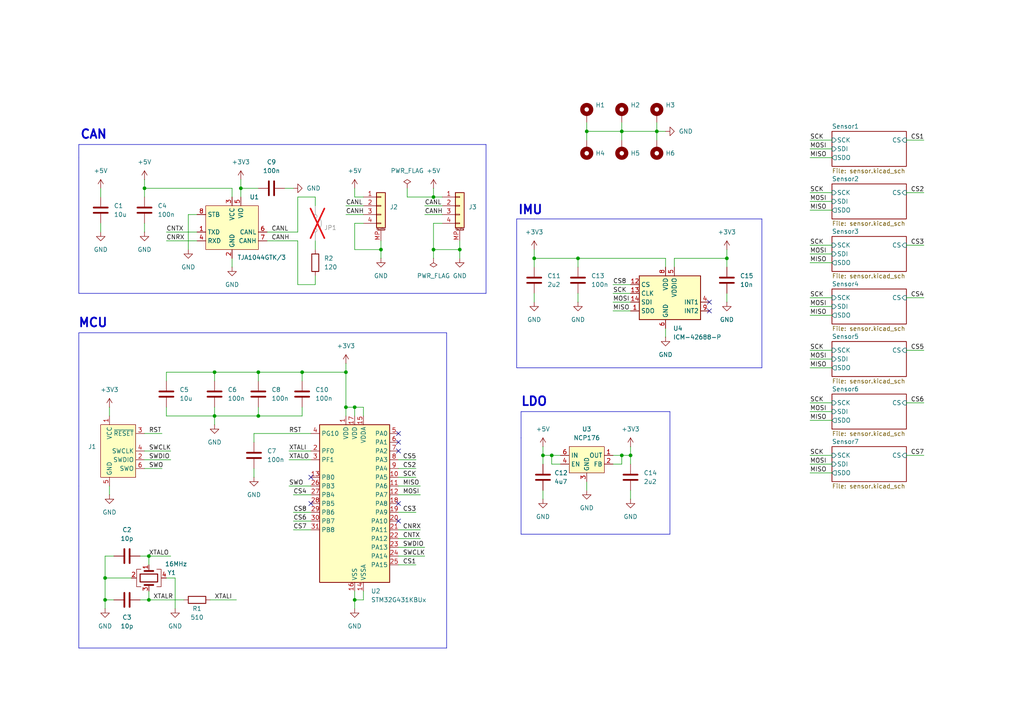
<source format=kicad_sch>
(kicad_sch (version 20231120) (generator "eeschema") (generator_version "8.0")
  (paper "A4")
  (lib_symbols
    (symbol "Connector:Conn_ARM_SWD_TagConnect_TC2030-NL" (in_bom no)
      (property "Reference" "J" (at 2.54 11.43 0))
      (property "Value" "Conn_ARM_SWD_TagConnect_TC2030-NL" (at 2.54 8.89 0))
      (symbol "Conn_ARM_SWD_TagConnect_TC2030-NL_0_0"
        (pin power_in line (at -2.54 10.16 270) (length 2.54) (name "VCC") (number "1"))
        (pin bidirectional line (at 7.62 -2.54 180) (length 2.54) (name "SWDIO") (number "2"))
        (pin open_collector line (at 7.62 5.08 180) (length 2.54) (name "~{RESET}") (number "3"))
        (pin output line (at 7.62 0 180) (length 2.54) (name "SWCLK") (number "4"))
        (pin power_in line (at -2.54 -10.16 90) (length 2.54) (name "GND") (number "5"))
        (pin input line (at 7.62 -5.08 180) (length 2.54) (name "SWO") (number "6"))
      )
      (symbol "Conn_ARM_SWD_TagConnect_TC2030-NL_0_1"
        (rectangle (start -5.08 7.62) (end 5.08 -7.62) (fill (type background)))
      )
    )
    (symbol "Connector_Generic_MountingPin:Conn_01x04_MountingPin" (pin_names (offset 1.016) hide)
      (property "Reference" "J" (at 0 5.08 0))
      (property "Value" "Conn_01x04_MountingPin" (at 1.27 -7.62 0))
      (symbol "Conn_01x04_MountingPin_1_1"
        (rectangle (start -1.27 -4.953) (end 0 -5.207) (stroke (width 0.1524)))
        (rectangle (start -1.27 -2.413) (end 0 -2.667) (stroke (width 0.1524)))
        (rectangle (start -1.27 0.127) (end 0 -0.127) (stroke (width 0.1524)))
        (rectangle (start -1.27 2.667) (end 0 2.413) (stroke (width 0.1524)))
        (rectangle (start -1.27 3.81) (end 1.27 -6.35) (stroke (width 0.254)) (fill (type background)))
        (polyline (pts (xy -1.016 -7.112) (xy 1.016 -7.112)) (stroke (width 0.1524)))
        (text "Mounting" (at 0 -6.731 0) (effects (font (size 0.381 0.381))))
        (pin passive line (at -5.08 2.54 0) (length 3.81) (name "Pin_1") (number "1"))
        (pin passive line (at -5.08 0 0) (length 3.81) (name "Pin_2") (number "2"))
        (pin passive line (at -5.08 -2.54 0) (length 3.81) (name "Pin_3") (number "3"))
        (pin passive line (at -5.08 -5.08 0) (length 3.81) (name "Pin_4") (number "4"))
        (pin passive line (at 0 -10.16 90) (length 3.048) (name "MountPin") (number "MP"))
      )
    )
    (symbol "Device:C" (pin_numbers hide) (pin_names (offset 0.254))
      (property "Reference" "C" (at 0.635 2.54 0))
      (property "Value" "C" (at 0.635 -2.54 0))
      (symbol "C_0_1"
        (polyline (pts (xy -2.032 -0.762) (xy 2.032 -0.762)) (stroke (width 0.508)))
        (polyline (pts (xy -2.032 0.762) (xy 2.032 0.762)) (stroke (width 0.508)))
      )
      (symbol "C_1_1"
        (pin passive line (at 0 3.81 270) (length 2.794) (name "~") (number "1"))
        (pin passive line (at 0 -3.81 90) (length 2.794) (name "~") (number "2"))
      )
    )
    (symbol "Device:Crystal_GND24" (pin_names (offset 1.016) hide)
      (property "Reference" "Y" (at 3.175 5.08 0))
      (property "Value" "Crystal_GND24" (at 3.175 3.175 0))
      (symbol "Crystal_GND24_0_1"
        (rectangle (start -1.143 2.54) (end 1.143 -2.54) (stroke (width 0.3048)))
        (polyline (pts (xy -2.54 0) (xy -2.032 0)))
        (polyline (pts (xy -2.032 -1.27) (xy -2.032 1.27)) (stroke (width 0.508)))
        (polyline (pts (xy 0 -3.81) (xy 0 -3.556)))
        (polyline (pts (xy 0 3.556) (xy 0 3.81)))
        (polyline (pts (xy 2.032 -1.27) (xy 2.032 1.27)) (stroke (width 0.508)))
        (polyline (pts (xy 2.032 0) (xy 2.54 0)))
        (polyline (pts (xy -2.54 -2.286) (xy -2.54 -3.556) (xy 2.54 -3.556) (xy 2.54 -2.286)))
        (polyline (pts (xy -2.54 2.286) (xy -2.54 3.556) (xy 2.54 3.556) (xy 2.54 2.286)))
      )
      (symbol "Crystal_GND24_1_1"
        (pin passive line (at -3.81 0 0) (length 1.27) (name "1") (number "1"))
        (pin passive line (at 0 5.08 270) (length 1.27) (name "2") (number "2"))
        (pin passive line (at 3.81 0 180) (length 1.27) (name "3") (number "3"))
        (pin passive line (at 0 -5.08 90) (length 1.27) (name "4") (number "4"))
      )
    )
    (symbol "Device:R" (pin_numbers hide) (pin_names (offset 0))
      (property "Reference" "R" (at 2.032 0 90))
      (property "Value" "R" (at 0 0 90))
      (symbol "R_0_1"
        (rectangle (start -1.016 -2.54) (end 1.016 2.54) (stroke (width 0.254)))
      )
      (symbol "R_1_1"
        (pin passive line (at 0 3.81 270) (length 1.27) (name "~") (number "1"))
        (pin passive line (at 0 -3.81 90) (length 1.27) (name "~") (number "2"))
      )
    )
    (symbol "GND_1" (power) (pin_numbers hide) (pin_names (offset 0) hide)
      (property "Value" "GND" (at 0 -3.81 0))
      (symbol "GND_1_0_1"
        (polyline (pts (xy 0 0) (xy 0 -1.27) (xy 1.27 -1.27) (xy 0 -2.54) (xy -1.27 -1.27) (xy 0 -1.27)))
      )
      (symbol "GND_1_1_1"
        (pin power_in line (at 0 0 270) (length 0) (name "~") (number "1"))
      )
    )
    (symbol "GND_14" (power) (pin_numbers hide) (pin_names (offset 0) hide)
      (property "Value" "GND" (at 0 -3.81 0))
      (symbol "GND_14_0_1"
        (polyline (pts (xy 0 0) (xy 0 -1.27) (xy 1.27 -1.27) (xy 0 -2.54) (xy -1.27 -1.27) (xy 0 -1.27)))
      )
      (symbol "GND_14_1_1"
        (pin power_in line (at 0 0 270) (length 0) (name "~") (number "1"))
      )
    )
    (symbol "GND_2" (power) (pin_numbers hide) (pin_names (offset 0) hide)
      (property "Value" "GND" (at 0 -3.81 0))
      (symbol "GND_2_0_1"
        (polyline (pts (xy 0 0) (xy 0 -1.27) (xy 1.27 -1.27) (xy 0 -2.54) (xy -1.27 -1.27) (xy 0 -1.27)))
      )
      (symbol "GND_2_1_1"
        (pin power_in line (at 0 0 270) (length 0) (name "~") (number "1"))
      )
    )
    (symbol "GND_3" (power) (pin_numbers hide) (pin_names (offset 0) hide)
      (property "Value" "GND" (at 0 -3.81 0))
      (symbol "GND_3_0_1"
        (polyline (pts (xy 0 0) (xy 0 -1.27) (xy 1.27 -1.27) (xy 0 -2.54) (xy -1.27 -1.27) (xy 0 -1.27)))
      )
      (symbol "GND_3_1_1"
        (pin power_in line (at 0 0 270) (length 0) (name "~") (number "1"))
      )
    )
    (symbol "GND_4" (power) (pin_numbers hide) (pin_names (offset 0) hide)
      (property "Value" "GND" (at 0 -3.81 0))
      (symbol "GND_4_0_1"
        (polyline (pts (xy 0 0) (xy 0 -1.27) (xy 1.27 -1.27) (xy 0 -2.54) (xy -1.27 -1.27) (xy 0 -1.27)))
      )
      (symbol "GND_4_1_1"
        (pin power_in line (at 0 0 270) (length 0) (name "~") (number "1"))
      )
    )
    (symbol "Jumper:Jumper_2_Open" (pin_numbers hide) (pin_names (offset 0) hide) (exclude_from_sim yes)
      (property "Reference" "JP" (at 0 2.794 0))
      (property "Value" "Jumper_2_Open" (at 0 -2.286 0))
      (symbol "Jumper_2_Open_0_0"
        (circle (center -2.032 0) (radius 0.508))
        (circle (center 2.032 0) (radius 0.508))
      )
      (symbol "Jumper_2_Open_0_1"
        (arc (start 1.524 1.27) (mid 0 1.778) (end -1.524 1.27))
      )
      (symbol "Jumper_2_Open_1_1"
        (pin passive line (at -5.08 0 0) (length 2.54) (name "A") (number "1"))
        (pin passive line (at 5.08 0 180) (length 2.54) (name "B") (number "2"))
      )
    )
    (symbol "MCU_ST_STM32G4:STM32G431KBUx"
      (property "Reference" "U" (at -10.16 24.13 0))
      (property "Value" "STM32G431KBUx" (at 5.08 24.13 0))
      (symbol "STM32G431KBUx_0_1"
        (rectangle (start -10.16 -22.86) (end 10.16 22.86) (stroke (width 0.254)) (fill (type background)))
      )
      (symbol "STM32G431KBUx_1_1"
        (pin power_in line (at -2.54 25.4 270) (length 2.54) (name "VDD") (number "1"))
        (pin bidirectional line (at 12.7 7.62 180) (length 2.54) (name "PA5") (number "10"))
        (pin bidirectional line (at 12.7 5.08 180) (length 2.54) (name "PA6") (number "11"))
        (pin bidirectional line (at 12.7 2.54 180) (length 2.54) (name "PA7") (number "12"))
        (pin bidirectional line (at -12.7 7.62 0) (length 2.54) (name "PB0") (number "13"))
        (pin power_in line (at 2.54 -25.4 90) (length 2.54) (name "VSSA") (number "14"))
        (pin power_in line (at 2.54 25.4 270) (length 2.54) (name "VDDA") (number "15"))
        (pin power_in line (at 0 -25.4 90) (length 2.54) (name "VSS") (number "16"))
        (pin power_in line (at 0 25.4 270) (length 2.54) (name "VDD") (number "17"))
        (pin bidirectional line (at 12.7 0 180) (length 2.54) (name "PA8") (number "18"))
        (pin bidirectional line (at 12.7 -2.54 180) (length 2.54) (name "PA9") (number "19"))
        (pin bidirectional line (at -12.7 15.24 0) (length 2.54) (name "PF0") (number "2"))
        (pin bidirectional line (at 12.7 -5.08 180) (length 2.54) (name "PA10") (number "20"))
        (pin bidirectional line (at 12.7 -7.62 180) (length 2.54) (name "PA11") (number "21"))
        (pin bidirectional line (at 12.7 -10.16 180) (length 2.54) (name "PA12") (number "22"))
        (pin bidirectional line (at 12.7 -12.7 180) (length 2.54) (name "PA13") (number "23"))
        (pin bidirectional line (at 12.7 -15.24 180) (length 2.54) (name "PA14") (number "24"))
        (pin bidirectional line (at 12.7 -17.78 180) (length 2.54) (name "PA15") (number "25"))
        (pin bidirectional line (at -12.7 5.08 0) (length 2.54) (name "PB3") (number "26"))
        (pin bidirectional line (at -12.7 2.54 0) (length 2.54) (name "PB4") (number "27"))
        (pin bidirectional line (at -12.7 0 0) (length 2.54) (name "PB5") (number "28"))
        (pin bidirectional line (at -12.7 -2.54 0) (length 2.54) (name "PB6") (number "29"))
        (pin bidirectional line (at -12.7 12.7 0) (length 2.54) (name "PF1") (number "3"))
        (pin bidirectional line (at -12.7 -5.08 0) (length 2.54) (name "PB7") (number "30"))
        (pin bidirectional line (at -12.7 -7.62 0) (length 2.54) (name "PB8") (number "31"))
        (pin passive line (at 0 -25.4 90) (length 2.54) hide (name "VSS") (number "32"))
        (pin passive line (at 0 -25.4 90) (length 2.54) hide (name "VSS") (number "33"))
        (pin bidirectional line (at -12.7 20.32 0) (length 2.54) (name "PG10") (number "4"))
        (pin bidirectional line (at 12.7 20.32 180) (length 2.54) (name "PA0") (number "5"))
        (pin bidirectional line (at 12.7 17.78 180) (length 2.54) (name "PA1") (number "6"))
        (pin bidirectional line (at 12.7 15.24 180) (length 2.54) (name "PA2") (number "7"))
        (pin bidirectional line (at 12.7 12.7 180) (length 2.54) (name "PA3") (number "8"))
        (pin bidirectional line (at 12.7 10.16 180) (length 2.54) (name "PA4") (number "9"))
      )
    )
    (symbol "Mechanical:MountingHole_Pad" (pin_numbers hide) (pin_names (offset 1.016) hide) (exclude_from_sim yes) (in_bom no)
      (property "Reference" "H" (at 0 6.35 0))
      (property "Value" "MountingHole_Pad" (at 0 4.445 0))
      (symbol "MountingHole_Pad_0_1"
        (circle (center 0 1.27) (radius 1.27) (stroke (width 1.27)))
      )
      (symbol "MountingHole_Pad_1_1"
        (pin input line (at 0 -2.54 90) (length 2.54) (name "1") (number "1"))
      )
    )
    (symbol "User_Symbols:ICM-42688-P"
      (property "Reference" "U" (at 1.27 1.27 0))
      (property "Value" "ICM-42688-P" (at 19.05 1.27 0))
      (symbol "ICM-42688-P_0_1"
        (rectangle (start 0 0) (end 17.78 -12.7) (stroke (width 0.254)) (fill (type background)))
      )
      (symbol "ICM-42688-P_1_1"
        (pin output line (at -2.54 -10.16 0) (length 2.54) (name "SDO") (number "1"))
        (pin no_connect line (at 20.32 -3.81 180) (length 2.54) hide (name "RESV") (number "10"))
        (pin passive line (at 7.62 -15.24 90) (length 2.54) hide (name "RESV") (number "11"))
        (pin input line (at -2.54 -2.54 0) (length 2.54) (name "CS") (number "12"))
        (pin input line (at -2.54 -5.08 0) (length 2.54) (name "CLK") (number "13"))
        (pin input line (at -2.54 -7.62 0) (length 2.54) (name "SDI") (number "14"))
        (pin no_connect line (at 20.32 -1.27 180) (length 2.54) hide (name "RESV") (number "2"))
        (pin no_connect line (at 20.32 -2.54 180) (length 2.54) hide (name "RESV") (number "3"))
        (pin output line (at 20.32 -7.62 180) (length 2.54) (name "INT1") (number "4"))
        (pin power_in line (at 10.16 2.54 270) (length 2.54) (name "VDDIO") (number "5"))
        (pin power_in line (at 7.62 -15.24 90) (length 2.54) (name "GND") (number "6"))
        (pin passive line (at 7.62 -15.24 90) (length 2.54) hide (name "RESV") (number "7"))
        (pin power_in line (at 7.62 2.54 270) (length 2.54) (name "VDD") (number "8"))
        (pin output line (at 20.32 -10.16 180) (length 2.54) (name "INT2") (number "9"))
      )
    )
    (symbol "User_Symbols:NCP176"
      (property "Reference" "U" (at -4.572 4.064 0))
      (property "Value" "NCP176" (at 1.778 4.064 0))
      (symbol "NCP176_1_1"
        (rectangle (start -5.08 2.54) (end 5.08 -5.08) (fill (type background)))
        (pin power_out line (at 7.62 0 180) (length 2.54) (name "OUT") (number "1"))
        (pin input line (at 7.62 -2.54 180) (length 2.54) (name "FB") (number "2"))
        (pin power_in line (at 0 -7.62 90) (length 2.54) (name "GND") (number "3"))
        (pin input line (at -7.62 -2.54 0) (length 2.54) (name "EN") (number "4"))
        (pin no_connect line (at 0 5.08 270) (length 2.54) hide (name "NC") (number "5"))
        (pin power_in line (at -7.62 0 0) (length 2.54) (name "IN") (number "6"))
        (pin passive line (at 0 -7.62 90) (length 2.54) hide (name "EPAD") (number "7"))
      )
    )
    (symbol "User_Symbols:TJA1044GTK/3"
      (property "Reference" "U" (at 13.462 2.286 0))
      (property "Value" "TJA1044GTK/3" (at -2.54 2.286 0))
      (symbol "TJA1044GTK/3_1_1"
        (rectangle (start 0 0) (end 15.24 -12.7) (fill (type background)))
        (pin input line (at -2.54 -7.62 0) (length 2.54) (name "TXD") (number "1"))
        (pin power_in line (at 7.62 -15.24 90) (length 2.54) (name "GND") (number "2"))
        (pin power_in line (at 7.62 2.54 270) (length 2.54) (name "VCC") (number "3"))
        (pin output line (at -2.54 -10.16 0) (length 2.54) (name "RXD") (number "4"))
        (pin power_in line (at 10.16 2.54 270) (length 2.54) (name "VIO") (number "5"))
        (pin bidirectional line (at 17.78 -7.62 180) (length 2.54) (name "CANL") (number "6"))
        (pin bidirectional line (at 17.78 -10.16 180) (length 2.54) (name "CANH") (number "7"))
        (pin input line (at -2.54 -2.54 0) (length 2.54) (name "STB") (number "8"))
        (pin passive line (at 7.62 -15.24 90) (length 2.54) hide (name "EPAD") (number "9"))
      )
    )
    (symbol "VBUS_3" (power) (pin_numbers hide) (pin_names (offset 0) hide)
      (property "Value" "VBUS" (at 0 3.556 0))
      (symbol "VBUS_3_0_1"
        (polyline (pts (xy -0.762 1.27) (xy 0 2.54)))
        (polyline (pts (xy 0 0) (xy 0 2.54)))
        (polyline (pts (xy 0 2.54) (xy 0.762 1.27)))
      )
      (symbol "VBUS_3_1_1"
        (pin power_in line (at 0 0 90) (length 0) (name "~") (number "1"))
      )
    )
    (symbol "power:+3V3" (power) (pin_numbers hide) (pin_names (offset 0) hide)
      (property "Value" "+3V3" (at 0 3.556 0))
      (symbol "+3V3_0_1"
        (polyline (pts (xy -0.762 1.27) (xy 0 2.54)))
        (polyline (pts (xy 0 0) (xy 0 2.54)))
        (polyline (pts (xy 0 2.54) (xy 0.762 1.27)))
      )
      (symbol "+3V3_1_1"
        (pin power_in line (at 0 0 90) (length 0) (name "~") (number "1"))
      )
    )
    (symbol "power:+5V" (power) (pin_numbers hide) (pin_names (offset 0) hide)
      (property "Value" "+5V" (at 0 3.556 0))
      (symbol "+5V_0_1"
        (polyline (pts (xy -0.762 1.27) (xy 0 2.54)))
        (polyline (pts (xy 0 0) (xy 0 2.54)))
        (polyline (pts (xy 0 2.54) (xy 0.762 1.27)))
      )
      (symbol "+5V_1_1"
        (pin power_in line (at 0 0 90) (length 0) (name "~") (number "1"))
      )
    )
    (symbol "power:GND" (power) (pin_numbers hide) (pin_names (offset 0) hide)
      (property "Value" "GND" (at 0 -3.81 0))
      (symbol "GND_0_1"
        (polyline (pts (xy 0 0) (xy 0 -1.27) (xy 1.27 -1.27) (xy 0 -2.54) (xy -1.27 -1.27) (xy 0 -1.27)))
      )
      (symbol "GND_1_1"
        (pin power_in line (at 0 0 270) (length 0) (name "~") (number "1"))
      )
    )
    (symbol "power:PWR_FLAG" (power) (pin_numbers hide) (pin_names (offset 0) hide)
      (property "Value" "PWR_FLAG" (at 0 3.81 0))
      (symbol "PWR_FLAG_0_0"
        (pin power_out line (at 0 0 90) (length 0) (name "~") (number "1"))
      )
      (symbol "PWR_FLAG_0_1"
        (polyline (pts (xy 0 0) (xy 0 1.27) (xy -1.016 1.905) (xy 0 2.54) (xy 1.016 1.905) (xy 0 1.27)))
      )
    )
  )
  (junction (at 43.18 173.99))
  (junction (at 30.48 167.64))
  (junction (at 69.85 54.61))
  (junction (at 180.34 132.08))
  (junction (at 41.91 54.61))
  (junction (at 180.34 38.1))
  (junction (at 110.49 72.39))
  (junction (at 154.94 74.93))
  (junction (at 133.35 72.39))
  (junction (at 125.73 72.39))
  (junction (at 74.93 107.95))
  (junction (at 62.23 107.95))
  (junction (at 62.23 120.65))
  (junction (at 182.88 132.08))
  (junction (at 102.87 173.99))
  (junction (at 30.48 173.99))
  (junction (at 100.33 107.95))
  (junction (at 210.82 74.93))
  (junction (at 87.63 107.95))
  (junction (at 100.33 118.11))
  (junction (at 167.64 74.93))
  (junction (at 170.18 38.1))
  (junction (at 74.93 120.65))
  (junction (at 125.73 57.15))
  (junction (at 160.02 132.08))
  (junction (at 43.18 161.29))
  (junction (at 157.48 132.08))
  (junction (at 102.87 118.11))
  (junction (at 190.5 38.1))
  (no_connect (at 115.57 146.05))
  (no_connect (at 115.57 125.73))
  (no_connect (at 205.74 90.17))
  (no_connect (at 115.57 128.27))
  (no_connect (at 205.74 87.63))
  (no_connect (at 90.17 138.43))
  (no_connect (at 115.57 130.81))
  (no_connect (at 90.17 146.05))
  (no_connect (at 115.57 151.13))
  (wire (pts (xy 234.95 106.68) (xy 241.3 106.68)))
  (wire (pts (xy 234.95 91.44) (xy 241.3 91.44)))
  (wire (pts (xy 85.09 143.51) (xy 90.17 143.51)))
  (wire (pts (xy 41.91 54.61) (xy 67.31 54.61)))
  (wire (pts (xy 60.96 173.99) (xy 68.58 173.99)))
  (wire (pts (xy 41.91 57.15) (xy 41.91 54.61)))
  (wire (pts (xy 115.57 135.89) (xy 120.65 135.89)))
  (wire (pts (xy 160.02 132.08) (xy 157.48 132.08)))
  (wire (pts (xy 177.8 85.09) (xy 182.88 85.09)))
  (wire (pts (xy 234.95 60.96) (xy 241.3 60.96)))
  (wire (pts (xy 86.36 57.15) (xy 91.44 57.15)))
  (wire (pts (xy 48.26 107.95) (xy 62.23 107.95)))
  (wire (pts (xy 234.95 119.38) (xy 241.3 119.38)))
  (wire (pts (xy 180.34 132.08) (xy 177.8 132.08)))
  (wire (pts (xy 73.66 125.73) (xy 90.17 125.73)))
  (wire (pts (xy 83.82 130.81) (xy 90.17 130.81)))
  (wire (pts (xy 69.85 54.61) (xy 74.93 54.61)))
  (wire (pts (xy 43.18 161.29) (xy 49.53 161.29)))
  (wire (pts (xy 177.8 82.55) (xy 182.88 82.55)))
  (wire (pts (xy 180.34 38.1) (xy 180.34 40.64)))
  (wire (pts (xy 190.5 38.1) (xy 193.04 38.1)))
  (wire (pts (xy 85.09 148.59) (xy 90.17 148.59)))
  (wire (pts (xy 125.73 64.77) (xy 128.27 64.77)))
  (wire (pts (xy 102.87 118.11) (xy 105.41 118.11)))
  (wire (pts (xy 54.61 62.23) (xy 57.15 62.23)))
  (wire (pts (xy 100.33 118.11) (xy 102.87 118.11)))
  (wire (pts (xy 62.23 120.65) (xy 62.23 123.19)))
  (wire (pts (xy 41.91 133.35) (xy 49.53 133.35)))
  (wire (pts (xy 74.93 107.95) (xy 74.93 110.49)))
  (wire (pts (xy 180.34 38.1) (xy 190.5 38.1)))
  (wire (pts (xy 262.89 101.6) (xy 267.97 101.6)))
  (wire (pts (xy 82.55 54.61) (xy 85.09 54.61)))
  (polyline (pts (xy 22.86 96.52) (xy 22.86 140.97)))
  (wire (pts (xy 105.41 59.69) (xy 100.33 59.69)))
  (wire (pts (xy 154.94 72.39) (xy 154.94 74.93)))
  (wire (pts (xy 157.48 129.54) (xy 157.48 132.08)))
  (wire (pts (xy 115.57 148.59) (xy 120.65 148.59)))
  (wire (pts (xy 180.34 134.62) (xy 180.34 132.08)))
  (wire (pts (xy 154.94 85.09) (xy 154.94 87.63)))
  (polyline (pts (xy 129.54 187.96) (xy 129.54 96.52)))
  (wire (pts (xy 154.94 74.93) (xy 167.64 74.93)))
  (wire (pts (xy 48.26 110.49) (xy 48.26 107.95)))
  (wire (pts (xy 125.73 54.61) (xy 125.73 57.15)))
  (wire (pts (xy 234.95 104.14) (xy 241.3 104.14)))
  (wire (pts (xy 262.89 132.08) (xy 267.97 132.08)))
  (wire (pts (xy 31.75 140.97) (xy 31.75 143.51)))
  (wire (pts (xy 41.91 64.77) (xy 41.91 67.31)))
  (polyline (pts (xy 22.86 85.09) (xy 140.97 85.09)))
  (polyline (pts (xy 140.97 85.09) (xy 140.97 41.91)))
  (wire (pts (xy 177.8 90.17) (xy 182.88 90.17)))
  (polyline (pts (xy 154.94 63.5) (xy 220.98 63.5)))
  (wire (pts (xy 234.95 121.92) (xy 241.3 121.92)))
  (wire (pts (xy 102.87 54.61) (xy 102.87 57.15)))
  (wire (pts (xy 87.63 107.95) (xy 100.33 107.95)))
  (wire (pts (xy 210.82 77.47) (xy 210.82 74.93)))
  (wire (pts (xy 182.88 132.08) (xy 180.34 132.08)))
  (polyline (pts (xy 22.86 187.96) (xy 129.54 187.96)))
  (wire (pts (xy 115.57 163.83) (xy 120.65 163.83)))
  (wire (pts (xy 262.89 40.64) (xy 267.97 40.64)))
  (wire (pts (xy 48.26 69.85) (xy 57.15 69.85)))
  (wire (pts (xy 234.95 88.9) (xy 241.3 88.9)))
  (wire (pts (xy 30.48 176.53) (xy 30.48 173.99)))
  (wire (pts (xy 102.87 173.99) (xy 102.87 176.53)))
  (wire (pts (xy 180.34 38.1) (xy 180.34 35.56)))
  (wire (pts (xy 128.27 59.69) (xy 123.19 59.69)))
  (wire (pts (xy 91.44 57.15) (xy 91.44 59.69)))
  (wire (pts (xy 182.88 129.54) (xy 182.88 132.08)))
  (wire (pts (xy 62.23 120.65) (xy 74.93 120.65)))
  (wire (pts (xy 170.18 139.7) (xy 170.18 142.24)))
  (wire (pts (xy 125.73 74.93) (xy 125.73 72.39)))
  (wire (pts (xy 234.95 71.12) (xy 241.3 71.12)))
  (wire (pts (xy 193.04 74.93) (xy 193.04 77.47)))
  (wire (pts (xy 29.21 54.61) (xy 29.21 57.15)))
  (polyline (pts (xy 22.86 140.97) (xy 22.86 187.96)))
  (wire (pts (xy 91.44 82.55) (xy 86.36 82.55)))
  (wire (pts (xy 43.18 173.99) (xy 53.34 173.99)))
  (wire (pts (xy 160.02 132.08) (xy 162.56 132.08)))
  (wire (pts (xy 170.18 38.1) (xy 180.34 38.1)))
  (wire (pts (xy 73.66 128.27) (xy 73.66 125.73)))
  (wire (pts (xy 234.95 73.66) (xy 241.3 73.66)))
  (wire (pts (xy 29.21 64.77) (xy 29.21 67.31)))
  (wire (pts (xy 115.57 153.67) (xy 121.92 153.67)))
  (wire (pts (xy 67.31 74.93) (xy 67.31 77.47)))
  (wire (pts (xy 48.26 118.11) (xy 48.26 120.65)))
  (wire (pts (xy 62.23 118.11) (xy 62.23 120.65)))
  (wire (pts (xy 210.82 74.93) (xy 195.58 74.93)))
  (wire (pts (xy 195.58 74.93) (xy 195.58 77.47)))
  (wire (pts (xy 100.33 118.11) (xy 100.33 120.65)))
  (wire (pts (xy 41.91 125.73) (xy 46.99 125.73)))
  (wire (pts (xy 234.95 134.62) (xy 241.3 134.62)))
  (wire (pts (xy 77.47 67.31) (xy 86.36 67.31)))
  (wire (pts (xy 115.57 140.97) (xy 121.92 140.97)))
  (wire (pts (xy 170.18 38.1) (xy 170.18 40.64)))
  (wire (pts (xy 157.48 142.24) (xy 157.48 144.78)))
  (wire (pts (xy 110.49 69.85) (xy 110.49 72.39)))
  (wire (pts (xy 125.73 72.39) (xy 125.73 64.77)))
  (wire (pts (xy 102.87 72.39) (xy 102.87 64.77)))
  (wire (pts (xy 30.48 167.64) (xy 38.1 167.64)))
  (wire (pts (xy 85.09 153.67) (xy 90.17 153.67)))
  (wire (pts (xy 234.95 58.42) (xy 241.3 58.42)))
  (wire (pts (xy 160.02 134.62) (xy 160.02 132.08)))
  (wire (pts (xy 77.47 69.85) (xy 86.36 69.85)))
  (wire (pts (xy 30.48 173.99) (xy 30.48 167.64)))
  (wire (pts (xy 210.82 85.09) (xy 210.82 87.63)))
  (wire (pts (xy 133.35 72.39) (xy 133.35 74.93)))
  (wire (pts (xy 100.33 107.95) (xy 100.33 118.11)))
  (wire (pts (xy 234.95 137.16) (xy 241.3 137.16)))
  (wire (pts (xy 157.48 132.08) (xy 157.48 134.62)))
  (wire (pts (xy 43.18 173.99) (xy 40.64 173.99)))
  (wire (pts (xy 167.64 74.93) (xy 167.64 77.47)))
  (wire (pts (xy 87.63 107.95) (xy 87.63 110.49)))
  (wire (pts (xy 83.82 140.97) (xy 90.17 140.97)))
  (polyline (pts (xy 129.54 96.52) (xy 22.86 96.52)))
  (wire (pts (xy 48.26 120.65) (xy 62.23 120.65)))
  (wire (pts (xy 162.56 134.62) (xy 160.02 134.62)))
  (wire (pts (xy 118.11 54.61) (xy 118.11 57.15)))
  (wire (pts (xy 210.82 72.39) (xy 210.82 74.93)))
  (wire (pts (xy 234.95 55.88) (xy 241.3 55.88)))
  (wire (pts (xy 115.57 133.35) (xy 120.65 133.35)))
  (wire (pts (xy 74.93 120.65) (xy 74.93 118.11)))
  (wire (pts (xy 262.89 86.36) (xy 267.97 86.36)))
  (wire (pts (xy 43.18 171.45) (xy 43.18 173.99)))
  (wire (pts (xy 123.19 62.23) (xy 128.27 62.23)))
  (wire (pts (xy 234.95 101.6) (xy 241.3 101.6)))
  (wire (pts (xy 54.61 72.39) (xy 54.61 62.23)))
  (wire (pts (xy 262.89 71.12) (xy 267.97 71.12)))
  (wire (pts (xy 73.66 135.89) (xy 73.66 138.43)))
  (wire (pts (xy 31.75 118.11) (xy 31.75 120.65)))
  (wire (pts (xy 110.49 72.39) (xy 110.49 74.93)))
  (wire (pts (xy 50.8 167.64) (xy 48.26 167.64)))
  (wire (pts (xy 177.8 87.63) (xy 182.88 87.63)))
  (wire (pts (xy 62.23 107.95) (xy 74.93 107.95)))
  (wire (pts (xy 30.48 167.64) (xy 30.48 161.29)))
  (polyline (pts (xy 151.13 154.94) (xy 194.31 154.94)))
  (wire (pts (xy 91.44 69.85) (xy 91.44 72.39)))
  (wire (pts (xy 167.64 85.09) (xy 167.64 87.63)))
  (wire (pts (xy 182.88 142.24) (xy 182.88 144.78)))
  (wire (pts (xy 43.18 161.29) (xy 40.64 161.29)))
  (wire (pts (xy 110.49 72.39) (xy 102.87 72.39)))
  (wire (pts (xy 115.57 161.29) (xy 123.19 161.29)))
  (wire (pts (xy 74.93 107.95) (xy 87.63 107.95)))
  (polyline (pts (xy 220.98 63.5) (xy 220.98 106.68)))
  (wire (pts (xy 234.95 40.64) (xy 241.3 40.64)))
  (polyline (pts (xy 149.86 63.5) (xy 154.94 63.5)))
  (wire (pts (xy 262.89 55.88) (xy 267.97 55.88)))
  (wire (pts (xy 74.93 120.65) (xy 87.63 120.65)))
  (wire (pts (xy 100.33 62.23) (xy 105.41 62.23)))
  (polyline (pts (xy 151.13 119.38) (xy 151.13 127)))
  (wire (pts (xy 41.91 52.07) (xy 41.91 54.61)))
  (wire (pts (xy 41.91 135.89) (xy 46.99 135.89)))
  (polyline (pts (xy 149.86 106.68) (xy 149.86 63.5)))
  (wire (pts (xy 87.63 120.65) (xy 87.63 118.11)))
  (wire (pts (xy 115.57 158.75) (xy 123.19 158.75)))
  (wire (pts (xy 83.82 133.35) (xy 90.17 133.35)))
  (wire (pts (xy 102.87 57.15) (xy 105.41 57.15)))
  (wire (pts (xy 133.35 69.85) (xy 133.35 72.39)))
  (wire (pts (xy 41.91 130.81) (xy 49.53 130.81)))
  (wire (pts (xy 69.85 52.07) (xy 69.85 54.61)))
  (wire (pts (xy 193.04 95.25) (xy 193.04 97.79)))
  (polyline (pts (xy 22.86 45.72) (xy 22.86 85.09)))
  (wire (pts (xy 69.85 54.61) (xy 69.85 57.15)))
  (wire (pts (xy 182.88 134.62) (xy 182.88 132.08)))
  (wire (pts (xy 118.11 57.15) (xy 125.73 57.15)))
  (wire (pts (xy 167.64 74.93) (xy 193.04 74.93)))
  (wire (pts (xy 67.31 54.61) (xy 67.31 57.15)))
  (wire (pts (xy 115.57 143.51) (xy 121.92 143.51)))
  (wire (pts (xy 102.87 173.99) (xy 105.41 173.99)))
  (wire (pts (xy 190.5 38.1) (xy 190.5 40.64)))
  (wire (pts (xy 50.8 167.64) (xy 50.8 176.53)))
  (wire (pts (xy 170.18 35.56) (xy 170.18 38.1)))
  (polyline (pts (xy 22.86 41.91) (xy 22.86 45.72)))
  (wire (pts (xy 125.73 57.15) (xy 128.27 57.15)))
  (wire (pts (xy 234.95 45.72) (xy 241.3 45.72)))
  (wire (pts (xy 154.94 74.93) (xy 154.94 77.47)))
  (wire (pts (xy 234.95 43.18) (xy 241.3 43.18)))
  (polyline (pts (xy 194.31 119.38) (xy 151.13 119.38)))
  (wire (pts (xy 234.95 132.08) (xy 241.3 132.08)))
  (wire (pts (xy 102.87 118.11) (xy 102.87 120.65)))
  (wire (pts (xy 62.23 107.95) (xy 62.23 110.49)))
  (wire (pts (xy 100.33 105.41) (xy 100.33 107.95)))
  (wire (pts (xy 86.36 69.85) (xy 86.36 82.55)))
  (wire (pts (xy 102.87 64.77) (xy 105.41 64.77)))
  (wire (pts (xy 177.8 134.62) (xy 180.34 134.62)))
  (wire (pts (xy 43.18 163.83) (xy 43.18 161.29)))
  (wire (pts (xy 190.5 38.1) (xy 190.5 35.56)))
  (wire (pts (xy 102.87 171.45) (xy 102.87 173.99)))
  (wire (pts (xy 133.35 72.39) (xy 125.73 72.39)))
  (polyline (pts (xy 140.97 41.91) (xy 22.86 41.91)))
  (wire (pts (xy 86.36 67.31) (xy 86.36 57.15)))
  (wire (pts (xy 105.41 118.11) (xy 105.41 120.65)))
  (wire (pts (xy 85.09 151.13) (xy 90.17 151.13)))
  (wire (pts (xy 91.44 80.01) (xy 91.44 82.55)))
  (wire (pts (xy 262.89 116.84) (xy 267.97 116.84)))
  (wire (pts (xy 234.95 76.2) (xy 241.3 76.2)))
  (wire (pts (xy 30.48 173.99) (xy 33.02 173.99)))
  (wire (pts (xy 48.26 67.31) (xy 57.15 67.31)))
  (wire (pts (xy 115.57 138.43) (xy 120.65 138.43)))
  (wire (pts (xy 30.48 161.29) (xy 33.02 161.29)))
  (polyline (pts (xy 194.31 154.94) (xy 194.31 119.38)))
  (polyline (pts (xy 151.13 127) (xy 151.13 154.94)))
  (wire (pts (xy 105.41 173.99) (xy 105.41 171.45)))
  (wire (pts (xy 234.95 116.84) (xy 241.3 116.84)))
  (wire (pts (xy 115.57 156.21) (xy 121.92 156.21)))
  (wire (pts (xy 234.95 86.36) (xy 241.3 86.36)))
  (polyline (pts (xy 220.98 106.68) (xy 149.86 106.68)))
  (text "IMU" (at 150.114 62.484 0) (effects (font (size 2.54 2.54) (thickness 0.508) (bold yes)) (justify left bottom)))
  (text "CAN" (at 27.178 39.116 0) (effects (font (size 2.54 2.54) (thickness 0.508) (bold yes))))
  (text "LDO" (at 154.94 116.586 0) (effects (font (size 2.54 2.54) (thickness 0.508) (bold yes))))
  (text "MCU" (at 22.606 95.25 0) (effects (font (size 2.54 2.54) (thickness 0.508) (bold yes)) (justify left bottom)))
  (label "SWDIO" (at 116.84 158.75 0))
  (label "CNTX" (at 116.84 156.21 0))
  (label "MISO" (at 234.95 45.72 0))
  (label "CS6" (at 264.16 116.84 0))
  (label "SWO" (at 43.18 135.89 0))
  (label "SCK" (at 234.95 71.12 0))
  (label "RST" (at 43.18 125.73 0))
  (label "CS1" (at 116.84 163.83 0))
  (label "CANH" (at 123.19 62.23 0))
  (label "SCK" (at 234.95 132.08 0))
  (label "MISO" (at 234.95 137.16 0))
  (label "CS2" (at 116.84 135.89 0))
  (label "CS3" (at 264.16 71.12 0))
  (label "CS7" (at 264.16 132.08 0))
  (label "MOSI" (at 234.95 104.14 0))
  (label "CANL" (at 78.74 67.31 0))
  (label "MISO" (at 234.95 91.44 0))
  (label "CS4" (at 85.09 143.51 0))
  (label "CNRX" (at 48.26 69.85 0))
  (label "SCK" (at 234.95 40.64 0))
  (label "MISO" (at 234.95 121.92 0))
  (label "CS7" (at 85.09 153.67 0))
  (label "SWCLK" (at 116.84 161.29 0))
  (label "MOSI" (at 234.95 119.38 0))
  (label "SCK" (at 234.95 116.84 0))
  (label "MOSI" (at 234.95 73.66 0))
  (label "MOSI" (at 234.95 58.42 0))
  (label "CS3" (at 116.84 148.59 0))
  (label "MISO" (at 234.95 76.2 0))
  (label "CANL" (at 100.33 59.69 0))
  (label "CANH" (at 100.33 62.23 0))
  (label "CS4" (at 264.16 86.36 0))
  (label "SWO" (at 83.82 140.97 0))
  (label "CANL" (at 123.19 59.69 0))
  (label "CS8" (at 177.8 82.55 0))
  (label "CS1" (at 264.16 40.64 0))
  (label "XTALI" (at 83.82 130.81 0))
  (label "CNRX" (at 116.84 153.67 0))
  (label "MOSI" (at 234.95 43.18 0))
  (label "XTALI" (at 62.23 173.99 0))
  (label "MOSI" (at 234.95 88.9 0))
  (label "CS5" (at 116.84 133.35 0))
  (label "MISO" (at 116.84 140.97 0))
  (label "SWCLK" (at 43.18 130.81 0))
  (label "SCK" (at 234.95 101.6 0))
  (label "MISO" (at 177.8 90.17 0))
  (label "CS6" (at 85.09 151.13 0))
  (label "CANH" (at 78.74 69.85 0))
  (label "MOSI" (at 234.95 134.62 0))
  (label "CNTX" (at 48.26 67.31 0))
  (label "CS5" (at 264.16 101.6 0))
  (label "SCK" (at 234.95 55.88 0))
  (label "SCK" (at 177.8 85.09 0))
  (label "SCK" (at 234.95 86.36 0))
  (label "CS8" (at 85.09 148.59 0))
  (label "MISO" (at 234.95 106.68 0))
  (label "CS2" (at 264.16 55.88 0))
  (label "RST" (at 83.82 125.73 0))
  (label "XTALO" (at 43.18 161.29 0))
  (label "MISO" (at 234.95 60.96 0))
  (label "MOSI" (at 116.84 143.51 0))
  (label "MOSI" (at 177.8 87.63 0))
  (label "XTALR" (at 44.45 173.99 0))
  (label "SWDIO" (at 43.18 133.35 0))
  (label "SCK" (at 116.84 138.43 0))
  (label "XTALO" (at 83.82 133.35 0))
  (symbol (lib_id "power:GND") (at 157.48 144.78 0) (unit 1)
    (property "Reference" "#PWR024" (effects (hide yes)))
    (property "Value" "GND" (at 157.48 149.86 0))
    (property "Description" "Power symbol creates a global label with name \"GND\" , ground" (effects (hide yes)))
  )
  (symbol (lib_id "User_Symbols:ICM-42688-P") (at 185.42 80.01 0) (unit 1)
    (property "Reference" "U4" (at 195.2341 95.25 0) (effects (justify left)))
    (property "Value" "ICM-42688-P" (at 195.2341 97.79 0) (effects (justify left)))
    (property "Footprint" "Package_LGA:LGA-14_3x2.5mm_P0.5mm_LayoutBorder3x4y" (effects (hide yes)))
    (property "Datasheet" "https://wmsc.lcsc.com/wmsc/upload/file/pdf/v2/lcsc/2108030230_TDK-InvenSense-ICM-42688-P_C1850418.pdf" (effects (hide yes)))
    (property "Description" "IMU Gyroscope" (effects (hide yes)))
    (property "LCSC" "C1850418" (effects (hide yes)))
  )
  (symbol (lib_id "power:+5V") (at 157.48 129.54 0) (unit 1)
    (property "Reference" "#PWR023" (effects (hide yes)))
    (property "Value" "+5V" (at 157.48 124.46 0))
    (property "Description" "Power symbol creates a global label with name \"+5V\"" (effects (hide yes)))
  )
  (symbol (lib_name "GND_2") (lib_id "power:GND") (at 102.87 176.53 0) (unit 1)
    (property "Reference" "#PWR017" (effects (hide yes)))
    (property "Value" "GND" (at 102.87 181.61 0))
    (property "Description" "Power symbol creates a global label with name \"GND\" , ground" (effects (hide yes)))
  )
  (symbol (lib_id "Device:C") (at 36.83 173.99 90) (unit 1)
    (property "Reference" "C3" (at 36.83 179.07 90))
    (property "Value" "10p" (at 36.83 181.61 90))
    (property "Footprint" "Capacitor_SMD:C_0402_1005Metric" (effects (hide yes)))
    (property "LCSC" "C32949" (effects (hide yes)))
  )
  (symbol (lib_name "GND_1") (lib_id "power:GND") (at 31.75 143.51 0) (unit 1)
    (property "Reference" "#PWR05" (effects (hide yes)))
    (property "Value" "GND" (at 31.75 148.59 0))
    (property "Description" "Power symbol creates a global label with name \"GND\" , ground" (effects (hide yes)))
  )
  (symbol (lib_id "power:GND") (at 67.31 77.47 0) (unit 1)
    (property "Reference" "#PWR011" (effects (hide yes)))
    (property "Value" "GND" (at 67.31 82.55 0))
    (property "Description" "Power symbol creates a global label with name \"GND\" , ground" (effects (hide yes)))
  )
  (symbol (lib_name "GND_3") (lib_id "power:GND") (at 73.66 138.43 0) (unit 1)
    (property "Reference" "#PWR013" (effects (hide yes)))
    (property "Value" "GND" (at 73.66 143.51 0))
    (property "Description" "Power symbol creates a global label with name \"GND\" , ground" (effects (hide yes)))
  )
  (symbol (lib_id "Connector:Conn_ARM_SWD_TagConnect_TC2030-NL") (at 34.29 130.81 0) (unit 1) (in_bom no)
    (property "Reference" "J1" (at 27.94 129.5399 0) (effects (justify right)))
    (property "Value" "Conn_ARM_SWD_TagConnect_TC2030-NL" (effects (hide yes)))
    (property "Footprint" "Connector:Tag-Connect_TC2030-IDC-NL_2x03_P1.27mm_Vertical" (effects (hide yes)))
    (property "Datasheet" "https://www.tag-connect.com/wp-content/uploads/bsk-pdf-manager/TC2030-CTX_1.pdf" (effects (hide yes)))
    (property "Description" "Tag-Connect ARM Cortex SWD JTAG connector, 6 pin, no legs" (effects (hide yes)))
  )
  (symbol (lib_id "power:PWR_FLAG") (at 118.11 54.61 0) (unit 1)
    (property "Reference" "#FLG01" (effects (hide yes)))
    (property "Value" "PWR_FLAG" (at 118.11 49.53 0))
    (property "Description" "Special symbol for telling ERC where power comes from" (effects (hide yes)))
  )
  (symbol (lib_id "Device:Crystal_GND24") (at 43.18 167.64 90) (mirror x) (unit 1)
    (property "Reference" "Y1" (at 49.784 166.116 90))
    (property "Value" "16MHz" (at 51.054 163.576 90))
    (property "Footprint" "Crystal:Crystal_SMD_3225-4Pin_3.2x2.5mm" (effects (hide yes)))
    (property "LCSC" "C13738" (effects (hide yes)))
  )
  (symbol (lib_id "MCU_ST_STM32G4:STM32G431KBUx") (at 102.87 146.05 0) (unit 1)
    (property "Reference" "U2" (at 107.6041 171.45 0) (effects (justify left)))
    (property "Value" "STM32G431KBUx" (at 107.6041 173.99 0) (effects (justify left)))
    (property "Footprint" "Package_DFN_QFN:QFN-32-1EP_5x5mm_P0.5mm_EP3.45x3.45mm" (effects (hide yes)))
    (property "Datasheet" "https://www.st.com/resource/en/datasheet/stm32g431kb.pdf" (effects (hide yes)))
    (property "Description" "STMicroelectronics Arm Cortex-M4 MCU, 128KB flash, 32KB RAM, 170 MHz, 1.71-3.6V, 26 GPIO, UFQFPN32" (effects (hide yes)))
    (property "LCSC" "C1341901" (effects (hide yes)))
  )
  (symbol (lib_id "power:+3V3") (at 210.82 72.39 0) (unit 1)
    (property "Reference" "#PWR030" (effects (hide yes)))
    (property "Value" "+3V3" (at 210.82 67.31 0))
    (property "Description" "Power symbol creates a global label with name \"+3V3\"" (effects (hide yes)))
  )
  (symbol (lib_id "power:GND") (at 29.21 67.31 0) (unit 1)
    (property "Reference" "#PWR02" (effects (hide yes)))
    (property "Value" "GND" (at 29.21 72.39 0))
    (property "Description" "Power symbol creates a global label with name \"GND\" , ground" (effects (hide yes)))
  )
  (symbol (lib_id "Device:R") (at 91.44 76.2 0) (unit 1)
    (property "Reference" "R2" (at 93.98 74.9299 0) (effects (justify left)))
    (property "Value" "120" (at 93.98 77.4699 0) (effects (justify left)))
    (property "Footprint" "Resistor_SMD:R_1206_3216Metric" (effects (hide yes)))
    (property "Description" "Resistor" (effects (hide yes)))
    (property "LCSC" "C17909" (effects (hide yes)))
  )
  (symbol (lib_id "Device:C") (at 36.83 161.29 90) (unit 1)
    (property "Reference" "C2" (at 36.83 153.67 90))
    (property "Value" "10p" (at 36.83 156.21 90))
    (property "Footprint" "Capacitor_SMD:C_0402_1005Metric" (effects (hide yes)))
    (property "LCSC" "C32949" (effects (hide yes)))
  )
  (symbol (lib_id "Device:C") (at 73.66 132.08 0) (unit 1)
    (property "Reference" "C7" (at 77.47 130.8099 0) (effects (justify left)))
    (property "Value" "100n" (at 77.47 133.3499 0) (effects (justify left)))
    (property "Footprint" "Capacitor_SMD:C_0402_1005Metric" (effects (hide yes)))
    (property "Description" "Unpolarized capacitor" (effects (hide yes)))
    (property "LCSC" "C1525" (effects (hide yes)))
  )
  (symbol (lib_id "power:GND") (at 41.91 67.31 0) (unit 1)
    (property "Reference" "#PWR07" (effects (hide yes)))
    (property "Value" "GND" (at 41.91 72.39 0))
    (property "Description" "Power symbol creates a global label with name \"GND\" , ground" (effects (hide yes)))
  )
  (symbol (lib_id "power:GND") (at 154.94 87.63 0) (unit 1)
    (property "Reference" "#PWR022" (effects (hide yes)))
    (property "Value" "GND" (at 154.94 92.71 0))
    (property "Description" "Power symbol creates a global label with name \"GND\" , ground" (effects (hide yes)))
  )
  (symbol (lib_name "VBUS_3") (lib_id "power:VBUS") (at 29.21 54.61 0) (unit 1)
    (property "Reference" "#PWR01" (effects (hide yes)))
    (property "Value" "+5V" (at 29.21 49.53 0))
    (property "Description" "Power symbol creates a global label with name \"VBUS\"" (effects (hide yes)))
  )
  (symbol (lib_id "Device:C") (at 74.93 114.3 0) (unit 1)
    (property "Reference" "C8" (at 78.74 113.0299 0) (effects (justify left)))
    (property "Value" "100n" (at 78.74 115.5699 0) (effects (justify left)))
    (property "Footprint" "Capacitor_SMD:C_0402_1005Metric" (effects (hide yes)))
    (property "Description" "Unpolarized capacitor" (effects (hide yes)))
    (property "LCSC" "C1525" (effects (hide yes)))
  )
  (symbol (lib_id "Mechanical:MountingHole_Pad") (at 180.34 33.02 0) (unit 1) (exclude_from_sim yes) (in_bom no)
    (property "Reference" "H2" (at 182.88 30.4799 0) (effects (justify left)))
    (property "Value" "MountingHole_Pad" (effects (hide yes)))
    (property "Footprint" "MountingHole:MountingHole_3.2mm_M3_Pad" (effects (hide yes)))
    (property "Description" "Mounting Hole with connection" (effects (hide yes)))
  )
  (symbol (lib_id "Mechanical:MountingHole_Pad") (at 190.5 33.02 0) (unit 1) (exclude_from_sim yes) (in_bom no)
    (property "Reference" "H3" (at 193.04 30.4799 0) (effects (justify left)))
    (property "Value" "MountingHole_Pad" (effects (hide yes)))
    (property "Footprint" "MountingHole:MountingHole_3.2mm_M3_Pad" (effects (hide yes)))
    (property "Description" "Mounting Hole with connection" (effects (hide yes)))
  )
  (symbol (lib_id "Device:C") (at 62.23 114.3 0) (unit 1)
    (property "Reference" "C6" (at 66.04 113.0299 0) (effects (justify left)))
    (property "Value" "100n" (at 66.04 115.5699 0) (effects (justify left)))
    (property "Footprint" "Capacitor_SMD:C_0402_1005Metric" (effects (hide yes)))
    (property "Description" "Unpolarized capacitor" (effects (hide yes)))
    (property "LCSC" "C1525" (effects (hide yes)))
  )
  (symbol (lib_id "Mechanical:MountingHole_Pad") (at 170.18 33.02 0) (unit 1) (exclude_from_sim yes) (in_bom no)
    (property "Reference" "H1" (at 172.72 30.4799 0) (effects (justify left)))
    (property "Value" "MountingHole_Pad" (effects (hide yes)))
    (property "Footprint" "MountingHole:MountingHole_3.2mm_M3_Pad" (effects (hide yes)))
    (property "Description" "Mounting Hole with connection" (effects (hide yes)))
  )
  (symbol (lib_id "Device:C") (at 41.91 60.96 180) (unit 1)
    (property "Reference" "C4" (at 45.72 59.6899 0) (effects (justify right)))
    (property "Value" "100n" (at 45.72 62.2299 0) (effects (justify right)))
    (property "Footprint" "Capacitor_SMD:C_0402_1005Metric" (effects (hide yes)))
    (property "Description" "Unpolarized capacitor" (effects (hide yes)))
    (property "LCSC" "C1525" (effects (hide yes)))
  )
  (symbol (lib_id "power:GND") (at 193.04 38.1 90) (unit 1)
    (property "Reference" "#PWR060" (effects (hide yes)))
    (property "Value" "GND" (at 196.85 38.0999 90) (effects (justify right)))
    (property "Description" "Power symbol creates a global label with name \"GND\" , ground" (effects (hide yes)))
  )
  (symbol (lib_name "GND_14") (lib_id "power:GND") (at 30.48 176.53 0) (unit 1)
    (property "Reference" "#PWR03" (effects (hide yes)))
    (property "Value" "GND" (at 30.48 181.61 0))
    (property "Description" "Power symbol creates a global label with name \"GND\" , ground" (effects (hide yes)))
  )
  (symbol (lib_id "Mechanical:MountingHole_Pad") (at 180.34 43.18 180) (unit 1) (exclude_from_sim yes) (in_bom no)
    (property "Reference" "H5" (at 182.88 44.4499 0) (effects (justify right)))
    (property "Value" "MountingHole_Pad" (effects (hide yes)))
    (property "Footprint" "MountingHole:MountingHole_3.2mm_M3_Pad" (effects (hide yes)))
    (property "Description" "Mounting Hole with connection" (effects (hide yes)))
  )
  (symbol (lib_id "power:GND") (at 182.88 144.78 0) (unit 1)
    (property "Reference" "#PWR028" (effects (hide yes)))
    (property "Value" "GND" (at 182.88 149.86 0))
    (property "Description" "Power symbol creates a global label with name \"GND\" , ground" (effects (hide yes)))
  )
  (symbol (lib_name "GND_4") (lib_id "power:GND") (at 50.8 176.53 0) (unit 1)
    (property "Reference" "#PWR08" (effects (hide yes)))
    (property "Value" "GND" (at 50.8 181.61 0))
    (property "Description" "Power symbol creates a global label with name \"GND\" , ground" (effects (hide yes)))
  )
  (symbol (lib_id "power:GND") (at 170.18 142.24 0) (unit 1)
    (property "Reference" "#PWR026" (effects (hide yes)))
    (property "Value" "GND" (at 170.18 147.32 0))
    (property "Description" "Power symbol creates a global label with name \"GND\" , ground" (effects (hide yes)))
  )
  (symbol (lib_id "power:GND") (at 133.35 74.93 0) (unit 1)
    (property "Reference" "#PWR020" (effects (hide yes)))
    (property "Value" "GND" (at 133.35 80.01 0))
    (property "Description" "Power symbol creates a global label with name \"GND\" , ground" (effects (hide yes)))
  )
  (symbol (lib_id "power:+5V") (at 102.87 54.61 0) (unit 1)
    (property "Reference" "#PWR016" (effects (hide yes)))
    (property "Value" "+5V" (at 102.87 49.53 0))
    (property "Description" "Power symbol creates a global label with name \"+5V\"" (effects (hide yes)))
  )
  (symbol (lib_id "Mechanical:MountingHole_Pad") (at 170.18 43.18 180) (unit 1) (exclude_from_sim yes) (in_bom no)
    (property "Reference" "H4" (at 172.72 44.4499 0) (effects (justify right)))
    (property "Value" "MountingHole_Pad" (effects (hide yes)))
    (property "Footprint" "MountingHole:MountingHole_3.2mm_M3_Pad" (effects (hide yes)))
    (property "Description" "Mounting Hole with connection" (effects (hide yes)))
  )
  (symbol (lib_id "power:+3V3") (at 154.94 72.39 0) (unit 1)
    (property "Reference" "#PWR021" (effects (hide yes)))
    (property "Value" "+3V3" (at 154.94 67.31 0))
    (property "Description" "Power symbol creates a global label with name \"+3V3\"" (effects (hide yes)))
  )
  (symbol (lib_id "Device:C") (at 78.74 54.61 90) (unit 1)
    (property "Reference" "C9" (at 78.74 46.99 90))
    (property "Value" "100n" (at 78.74 49.53 90))
    (property "Footprint" "Capacitor_SMD:C_0402_1005Metric" (effects (hide yes)))
    (property "Description" "Unpolarized capacitor" (effects (hide yes)))
    (property "LCSC" "C1525" (effects (hide yes)))
  )
  (symbol (lib_id "Device:C") (at 154.94 81.28 0) (unit 1)
    (property "Reference" "C11" (at 158.75 80.0099 0) (effects (justify left)))
    (property "Value" "2u2" (at 158.75 82.5499 0) (effects (justify left)))
    (property "Footprint" "Capacitor_SMD:C_0402_1005Metric" (effects (hide yes)))
    (property "Description" "Unpolarized capacitor" (effects (hide yes)))
    (property "LCSC" "C12530" (effects (hide yes)))
  )
  (symbol (lib_id "power:GND") (at 54.61 72.39 0) (unit 1)
    (property "Reference" "#PWR09" (effects (hide yes)))
    (property "Value" "GND" (at 54.61 77.47 0))
    (property "Description" "Power symbol creates a global label with name \"GND\" , ground" (effects (hide yes)))
  )
  (symbol (lib_id "Device:C") (at 182.88 138.43 0) (unit 1)
    (property "Reference" "C14" (at 186.69 137.1599 0) (effects (justify left)))
    (property "Value" "2u2" (at 186.69 139.6999 0) (effects (justify left)))
    (property "Footprint" "Capacitor_SMD:C_0402_1005Metric" (effects (hide yes)))
    (property "Description" "Unpolarized capacitor" (effects (hide yes)))
    (property "LCSC" "C12530" (effects (hide yes)))
  )
  (symbol (lib_id "power:GND") (at 193.04 97.79 0) (unit 1)
    (property "Reference" "#PWR029" (effects (hide yes)))
    (property "Value" "GND" (at 193.04 102.87 0))
    (property "Description" "Power symbol creates a global label with name \"GND\" , ground" (effects (hide yes)))
  )
  (symbol (lib_id "power:GND") (at 167.64 87.63 0) (unit 1)
    (property "Reference" "#PWR025" (effects (hide yes)))
    (property "Value" "GND" (at 167.64 92.71 0))
    (property "Description" "Power symbol creates a global label with name \"GND\" , ground" (effects (hide yes)))
  )
  (symbol (lib_id "power:PWR_FLAG") (at 125.73 74.93 180) (unit 1)
    (property "Reference" "#FLG02" (effects (hide yes)))
    (property "Value" "PWR_FLAG" (at 125.73 80.01 0))
    (property "Description" "Special symbol for telling ERC where power comes from" (effects (hide yes)))
  )
  (symbol (lib_id "Connector_Generic_MountingPin:Conn_01x04_MountingPin") (at 133.35 59.69 0) (unit 1)
    (property "Reference" "J3" (at 135.89 60.0455 0) (effects (justify left)))
    (property "Value" "Conn_01x04_MountingPin" (effects (hide yes)))
    (property "Footprint" "Connector_JST:JST_GH_SM04B-GHS-TB_1x04-1MP_P1.25mm_Horizontal" (effects (hide yes)))
    (property "Description" "Generic connectable mounting pin connector, single row, 01x04, script generated (kicad-library-utils/schlib/autogen/connector/)" (effects (hide yes)))
    (property "LCSC" "C189895" (effects (hide yes)))
  )
  (symbol (lib_id "power:+5V") (at 125.73 54.61 0) (unit 1)
    (property "Reference" "#PWR019" (effects (hide yes)))
    (property "Value" "+5V" (at 125.73 49.53 0))
    (property "Description" "Power symbol creates a global label with name \"+5V\"" (effects (hide yes)))
  )
  (symbol (lib_id "Device:R") (at 57.15 173.99 90) (unit 1)
    (property "Reference" "R1" (at 57.15 176.53 90))
    (property "Value" "510" (at 57.15 179.07 90))
    (property "Footprint" "Resistor_SMD:R_0402_1005Metric" (effects (hide yes)))
    (property "LCSC" "C25123" (effects (hide yes)))
  )
  (symbol (lib_id "power:+5V") (at 41.91 52.07 0) (unit 1)
    (property "Reference" "#PWR06" (effects (hide yes)))
    (property "Value" "+5V" (at 41.91 46.99 0))
    (property "Description" "Power symbol creates a global label with name \"+5V\"" (effects (hide yes)))
  )
  (symbol (lib_id "Jumper:Jumper_2_Open") (at 91.44 64.77 270) (mirror x) (unit 1) (exclude_from_sim yes) (in_bom no) (dnp yes)
    (property "Reference" "JP1" (at 93.98 66.0401 90) (effects (justify left)))
    (property "Value" "Jumper_2_Open" (effects (hide yes)))
    (property "Footprint" "Jumper:SolderJumper-2_P1.3mm_Open_RoundedPad1.0x1.5mm" (effects (hide yes)))
    (property "Description" "Jumper, 2-pole, open" (effects (hide yes)))
  )
  (symbol (lib_id "Device:C") (at 167.64 81.28 0) (unit 1)
    (property "Reference" "C13" (at 171.45 80.0099 0) (effects (justify left)))
    (property "Value" "100n" (at 171.45 82.5499 0) (effects (justify left)))
    (property "Footprint" "Capacitor_SMD:C_0402_1005Metric" (effects (hide yes)))
    (property "Description" "Unpolarized capacitor" (effects (hide yes)))
    (property "LCSC" "C1525" (effects (hide yes)))
  )
  (symbol (lib_id "User_Symbols:TJA1044GTK/3") (at 59.69 59.69 0) (unit 1)
    (property "Reference" "U1" (at 72.39 57.15 0) (effects (justify left)))
    (property "Value" "TJA1044GTK/3" (at 68.834 74.676 0) (effects (justify left)))
    (property "Footprint" "Package_SON:HVSON-8-1EP_3x3mm_P0.65mm_EP1.6x2.4mm" (effects (hide yes)))
    (property "Datasheet" "https://www.nxp.com/docs/en/data-sheet/TJA1044.pdf" (effects (hide yes)))
    (property "Description" "High Speed CAN Transceiver" (effects (hide yes)))
    (property "LCSC" "C2157795" (effects (hide yes)))
  )
  (symbol (lib_id "Connector_Generic_MountingPin:Conn_01x04_MountingPin") (at 110.49 59.69 0) (unit 1)
    (property "Reference" "J2" (at 113.03 60.0455 0) (effects (justify left)))
    (property "Value" "Conn_01x04_MountingPin" (effects (hide yes)))
    (property "Footprint" "Connector_JST:JST_GH_SM04B-GHS-TB_1x04-1MP_P1.25mm_Horizontal" (effects (hide yes)))
    (property "Description" "Generic connectable mounting pin connector, single row, 01x04, script generated (kicad-library-utils/schlib/autogen/connector/)" (effects (hide yes)))
    (property "LCSC" "C189895" (effects (hide yes)))
  )
  (symbol (lib_id "Device:C") (at 48.26 114.3 0) (unit 1)
    (property "Reference" "C5" (at 52.07 113.0299 0) (effects (justify left)))
    (property "Value" "10u" (at 52.07 115.5699 0) (effects (justify left)))
    (property "Footprint" "Capacitor_SMD:C_0402_1005Metric" (effects (hide yes)))
    (property "Description" "Unpolarized capacitor" (effects (hide yes)))
    (property "LCSC" "C15525" (effects (hide yes)))
  )
  (symbol (lib_id "power:GND") (at 85.09 54.61 90) (unit 1)
    (property "Reference" "#PWR014" (effects (hide yes)))
    (property "Value" "GND" (at 88.9 54.6099 90) (effects (justify right)))
    (property "Description" "Power symbol creates a global label with name \"GND\" , ground" (effects (hide yes)))
  )
  (symbol (lib_id "power:+3V3") (at 69.85 52.07 0) (unit 1)
    (property "Reference" "#PWR012" (effects (hide yes)))
    (property "Value" "+3V3" (at 69.85 46.99 0))
    (property "Description" "Power symbol creates a global label with name \"+3V3\"" (effects (hide yes)))
  )
  (symbol (lib_id "Device:C") (at 210.82 81.28 0) (unit 1)
    (property "Reference" "C15" (at 214.63 80.0099 0) (effects (justify left)))
    (property "Value" "10n" (at 214.63 82.5499 0) (effects (justify left)))
    (property "Footprint" "Capacitor_SMD:C_0402_1005Metric" (effects (hide yes)))
    (property "Description" "Unpolarized capacitor" (effects (hide yes)))
    (property "LCSC" "C15195" (effects (hide yes)))
  )
  (symbol (lib_id "Device:C") (at 157.48 138.43 0) (unit 1)
    (property "Reference" "C12" (at 160.782 137.16 0) (effects (justify left)))
    (property "Value" "4u7" (at 160.782 139.7 0) (effects (justify left)))
    (property "Footprint" "Capacitor_SMD:C_0603_1608Metric" (effects (hide yes)))
    (property "Description" "Unpolarized capacitor" (effects (hide yes)))
    (property "LCSC" "C19666" (effects (hide yes)))
  )
  (symbol (lib_id "power:GND") (at 110.49 74.93 0) (unit 1)
    (property "Reference" "#PWR018" (effects (hide yes)))
    (property "Value" "GND" (at 110.49 80.01 0))
    (property "Description" "Power symbol creates a global label with name \"GND\" , ground" (effects (hide yes)))
  )
  (symbol (lib_id "Device:C") (at 29.21 60.96 0) (unit 1)
    (property "Reference" "C1" (at 33.02 59.6899 0) (effects (justify left)))
    (property "Value" "10u" (at 33.02 62.2299 0) (effects (justify left)))
    (property "Footprint" "Capacitor_SMD:C_0603_1608Metric" (effects (hide yes)))
    (property "Description" "Unpolarized capacitor" (effects (hide yes)))
    (property "LCSC" "C19702" (effects (hide yes)))
  )
  (symbol (lib_id "power:GND") (at 210.82 87.63 0) (unit 1)
    (property "Reference" "#PWR031" (effects (hide yes)))
    (property "Value" "GND" (at 210.82 92.71 0))
    (property "Description" "Power symbol creates a global label with name \"GND\" , ground" (effects (hide yes)))
  )
  (symbol (lib_id "power:+3V3") (at 100.33 105.41 0) (unit 1)
    (property "Reference" "#PWR015" (effects (hide yes)))
    (property "Value" "+3V3" (at 100.33 100.33 0))
    (property "Description" "Power symbol creates a global label with name \"+3V3\"" (effects (hide yes)))
  )
  (symbol (lib_id "User_Symbols:NCP176") (at 170.18 132.08 0) (unit 1)
    (property "Reference" "U3" (at 170.18 124.46 0))
    (property "Value" "NCP176" (at 170.18 127 0))
    (property "Footprint" "Package_DFN_QFN:DFN-6-1EP_1.2x1.2mm_P0.4mm_EP0.3x0.94mm_PullBack" (effects (hide yes)))
    (property "Datasheet" "https://wmsc.lcsc.com/wmsc/upload/file/pdf/v2/lcsc/2210210130_onsemi-NCP176AMX330TCG_C233363.pdf" (effects (hide yes)))
    (property "Description" "LDO" (effects (hide yes)))
    (property "LCSC" "C233363" (effects (hide yes)))
  )
  (symbol (lib_id "power:+3V3") (at 31.75 118.11 0) (unit 1)
    (property "Reference" "#PWR04" (effects (hide yes)))
    (property "Value" "+3V3" (at 31.75 113.03 0))
    (property "Description" "Power symbol creates a global label with name \"+3V3\"" (effects (hide yes)))
  )
  (symbol (lib_id "Mechanical:MountingHole_Pad") (at 190.5 43.18 180) (unit 1) (exclude_from_sim yes) (in_bom no)
    (property "Reference" "H6" (at 193.04 44.4499 0) (effects (justify right)))
    (property "Value" "MountingHole_Pad" (effects (hide yes)))
    (property "Footprint" "MountingHole:MountingHole_3.2mm_M3_Pad" (effects (hide yes)))
    (property "Description" "Mounting Hole with connection" (effects (hide yes)))
  )
  (symbol (lib_id "power:+3V3") (at 182.88 129.54 0) (unit 1)
    (property "Reference" "#PWR027" (effects (hide yes)))
    (property "Value" "+3V3" (at 182.88 124.46 0))
    (property "Description" "Power symbol creates a global label with name \"+3V3\"" (effects (hide yes)))
  )
  (symbol (lib_name "GND_3") (lib_id "power:GND") (at 62.23 123.19 0) (unit 1)
    (property "Reference" "#PWR010" (effects (hide yes)))
    (property "Value" "GND" (at 62.23 128.27 0))
    (property "Description" "Power symbol creates a global label with name \"GND\" , ground" (effects (hide yes)))
  )
  (symbol (lib_id "Device:C") (at 87.63 114.3 0) (unit 1)
    (property "Reference" "C10" (at 91.44 113.0299 0) (effects (justify left)))
    (property "Value" "100n" (at 91.44 115.5699 0) (effects (justify left)))
    (property "Footprint" "Capacitor_SMD:C_0402_1005Metric" (effects (hide yes)))
    (property "Description" "Unpolarized capacitor" (effects (hide yes)))
    (property "LCSC" "C1525" (effects (hide yes)))
  )
  (sheet (at 241.3 129.54) (size 21.59 10.16) (stroke (width 0.1524))
    (property "Sheetname" "Sensor7" (at 241.3 128.8284 0) (effects (justify left bottom)))
    (property "Sheetfile" "sensor.kicad_sch" (at 241.3 140.2846 0) (effects (justify left top)))
    (pin "SDI" input (at 241.3 134.62 180))
    (pin "SCK" input (at 241.3 132.08 180))
    (pin "SDO" output (at 241.3 137.16 180))
    (pin "CS" input (at 262.89 132.08 0))
  )
  (sheet (at 241.3 68.58) (size 21.59 10.16) (stroke (width 0.1524))
    (property "Sheetname" "Sensor3" (at 241.3 67.8684 0) (effects (justify left bottom)))
    (property "Sheetfile" "sensor.kicad_sch" (at 241.3 79.3246 0) (effects (justify left top)))
    (pin "SDI" input (at 241.3 73.66 180))
    (pin "SCK" input (at 241.3 71.12 180))
    (pin "SDO" output (at 241.3 76.2 180))
    (pin "CS" input (at 262.89 71.12 0))
  )
  (sheet (at 241.3 99.06) (size 21.59 10.16) (stroke (width 0.1524))
    (property "Sheetname" "Sensor5" (at 241.3 98.3484 0) (effects (justify left bottom)))
    (property "Sheetfile" "sensor.kicad_sch" (at 241.3 109.8046 0) (effects (justify left top)))
    (pin "SDI" input (at 241.3 104.14 180))
    (pin "SCK" input (at 241.3 101.6 180))
    (pin "SDO" output (at 241.3 106.68 180))
    (pin "CS" input (at 262.89 101.6 0))
  )
  (sheet (at 241.3 38.1) (size 21.59 10.16) (stroke (width 0.1524))
    (property "Sheetname" "Sensor1" (at 241.3 37.3884 0) (effects (justify left bottom)))
    (property "Sheetfile" "sensor.kicad_sch" (at 241.3 48.8446 0) (effects (justify left top)))
    (pin "SDI" input (at 241.3 43.18 180))
    (pin "SCK" input (at 241.3 40.64 180))
    (pin "SDO" output (at 241.3 45.72 180))
    (pin "CS" input (at 262.89 40.64 0))
  )
  (sheet (at 241.3 53.34) (size 21.59 10.16) (stroke (width 0.1524))
    (property "Sheetname" "Sensor2" (at 241.3 52.6284 0) (effects (justify left bottom)))
    (property "Sheetfile" "sensor.kicad_sch" (at 241.3 64.0846 0) (effects (justify left top)))
    (pin "SDI" input (at 241.3 58.42 180))
    (pin "SCK" input (at 241.3 55.88 180))
    (pin "SDO" output (at 241.3 60.96 180))
    (pin "CS" input (at 262.89 55.88 0))
  )
  (sheet (at 241.3 83.82) (size 21.59 10.16) (stroke (width 0.1524))
    (property "Sheetname" "Sensor4" (at 241.3 83.1084 0) (effects (justify left bottom)))
    (property "Sheetfile" "sensor.kicad_sch" (at 241.3 94.5646 0) (effects (justify left top)))
    (pin "SDI" input (at 241.3 88.9 180))
    (pin "SCK" input (at 241.3 86.36 180))
    (pin "SDO" output (at 241.3 91.44 180))
    (pin "CS" input (at 262.89 86.36 0))
  )
  (sheet (at 241.3 114.3) (size 21.59 10.16) (stroke (width 0.1524))
    (property "Sheetname" "Sensor6" (at 241.3 113.5884 0) (effects (justify left bottom)))
    (property "Sheetfile" "sensor.kicad_sch" (at 241.3 125.0446 0) (effects (justify left top)))
    (pin "SDI" input (at 241.3 119.38 180))
    (pin "SCK" input (at 241.3 116.84 180))
    (pin "SDO" output (at 241.3 121.92 180))
    (pin "CS" input (at 262.89 116.84 0))
  )
)
</source>
